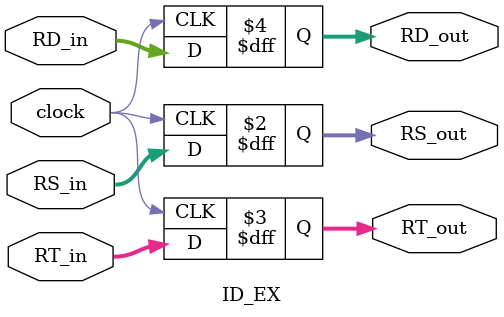
<source format=v>

module ID_EX(
	input wire clock,
	input wire [31:0] RS_in,
	input wire [31:0] RT_in,
	input wire [4:0]	RD_in,
	
	output reg [31:0] RS_out,
	output reg [31:0] RT_out,
	output reg [4:0]  RD_out);
	
	always @(posedge clock) begin
		RS_out <= RS_in;
		RT_out <= RT_in;
		RD_out <= RD_in;
	end
endmodule

</source>
